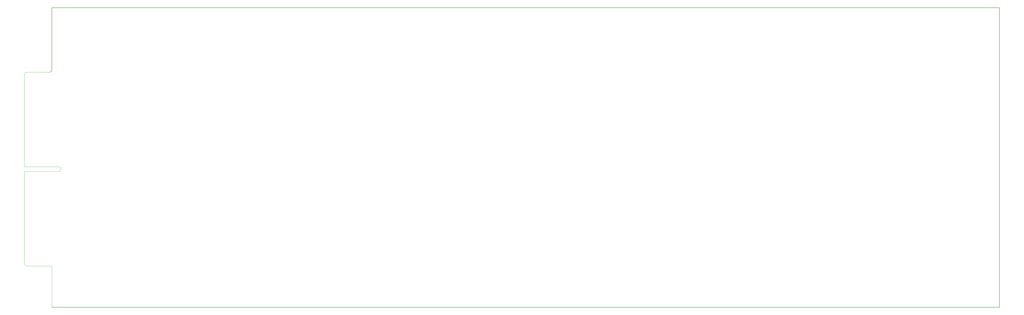
<source format=gbr>
G04 #@! TF.GenerationSoftware,KiCad,Pcbnew,7.0.9*
G04 #@! TF.CreationDate,2024-04-03T04:21:05-05:00*
G04 #@! TF.ProjectId,DG Nova CPU Tester,4447204e-6f76-4612-9043-505520546573,Rev 0*
G04 #@! TF.SameCoordinates,Original*
G04 #@! TF.FileFunction,Profile,NP*
%FSLAX46Y46*%
G04 Gerber Fmt 4.6, Leading zero omitted, Abs format (unit mm)*
G04 Created by KiCad (PCBNEW 7.0.9) date 2024-04-03 04:21:05*
%MOMM*%
%LPD*%
G01*
G04 APERTURE LIST*
G04 #@! TA.AperFunction,Profile*
%ADD10C,0.050000*%
G04 #@! TD*
G04 #@! TA.AperFunction,Profile*
%ADD11C,0.100000*%
G04 #@! TD*
G04 #@! TA.AperFunction,Profile*
%ADD12C,0.150000*%
G04 #@! TD*
G04 APERTURE END LIST*
D10*
X27814013Y-151130987D02*
X27810000Y-134620000D01*
X30810000Y-92120000D02*
X15810000Y-92120000D01*
X15810000Y-49620000D02*
X15810000Y-90120000D01*
X27810000Y-134620000D02*
G75*
G03*
X26810000Y-133620000I-1000000J0D01*
G01*
D11*
X16810000Y-48620000D02*
X26810000Y-48620000D01*
D12*
X442595000Y-20320000D02*
X442595000Y-151765000D01*
D10*
X30810000Y-92120000D02*
G75*
G03*
X30810000Y-90120000I0J1000000D01*
G01*
D12*
X27810000Y-47620000D02*
X27810000Y-20320000D01*
D10*
X30810000Y-90120000D02*
X15810000Y-90120000D01*
X16810000Y-48620000D02*
G75*
G03*
X15810000Y-49620000I0J-1000000D01*
G01*
D12*
X27810000Y-20320000D02*
X442595000Y-20320000D01*
X27814013Y-151130987D02*
G75*
G03*
X28449013Y-151765987I634987J-13D01*
G01*
D10*
X15810000Y-132620000D02*
X15810000Y-92120000D01*
D12*
X28449013Y-151765987D02*
X442595000Y-151765000D01*
D10*
X15810000Y-132620000D02*
G75*
G03*
X16810000Y-133620000I1000000J0D01*
G01*
D12*
X26810000Y-48620000D02*
G75*
G03*
X27810000Y-47620000I0J1000000D01*
G01*
D10*
X26810000Y-133620000D02*
X16810000Y-133620000D01*
M02*

</source>
